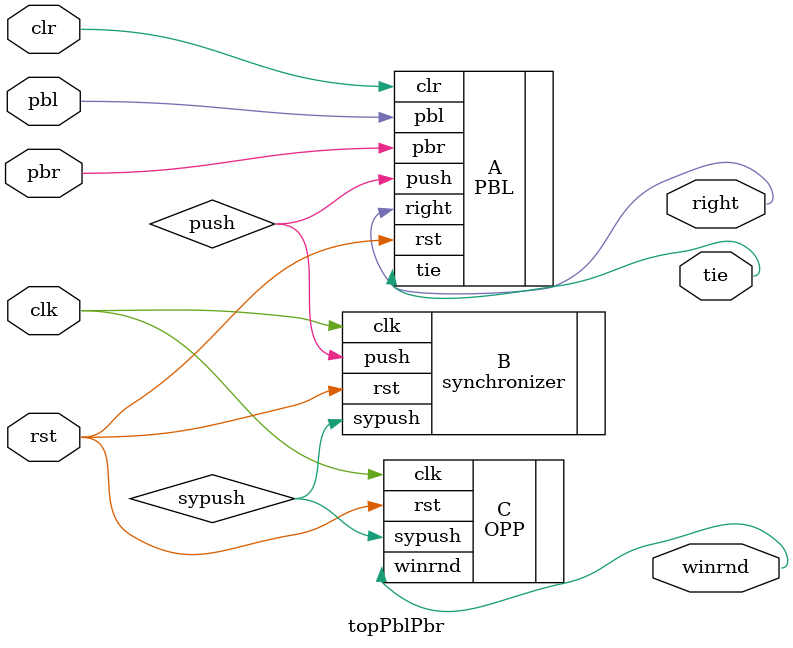
<source format=v>
`timescale 1ns / 1ps
module topPblPbr(pbl, pbr, clr, clk, rst, winrnd, right, tie);
  input pbl, pbr, clr, clk, rst;
  output winrnd, right, tie;
  wire push, tie, right, sypush;
  PBL A (.pbl(pbl), .pbr(pbr), .clr(clr), .rst(rst), .push(push), .tie(tie), .right(right));
  synchronizer B (.push(push), .clk(clk), .rst(rst), .sypush(sypush));
  OPP C (.sypush(sypush), .clk(clk), .rst(rst), .winrnd(winrnd));
endmodule

</source>
